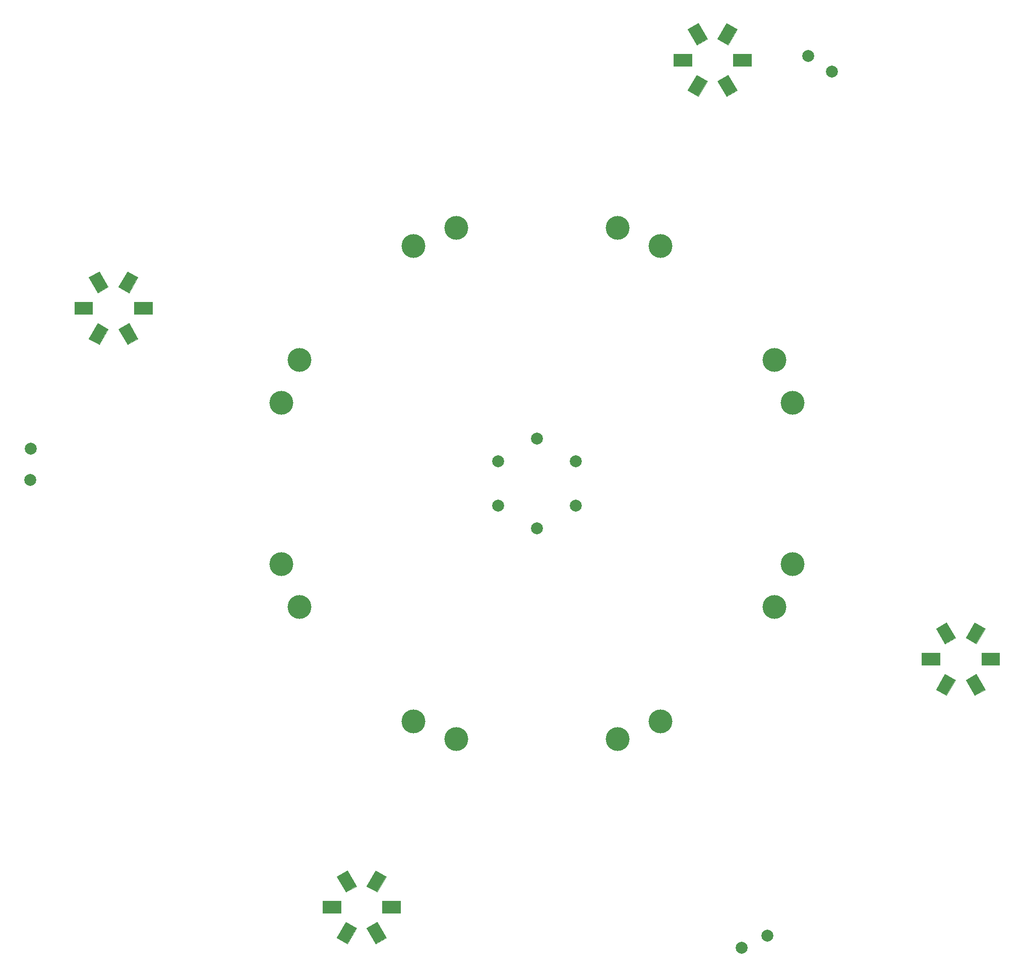
<source format=gbr>
%TF.GenerationSoftware,KiCad,Pcbnew,7.0.11*%
%TF.CreationDate,2025-04-08T01:22:05+09:00*%
%TF.ProjectId,Panel,50616e65-6c2e-46b6-9963-61645f706362,rev?*%
%TF.SameCoordinates,Original*%
%TF.FileFunction,Soldermask,Bot*%
%TF.FilePolarity,Negative*%
%FSLAX46Y46*%
G04 Gerber Fmt 4.6, Leading zero omitted, Abs format (unit mm)*
G04 Created by KiCad (PCBNEW 7.0.11) date 2025-04-08 01:22:05*
%MOMM*%
%LPD*%
G01*
G04 APERTURE LIST*
%ADD10C,0.100000*%
%ADD11C,4.000000*%
%ADD12C,2.000000*%
G04 APERTURE END LIST*
%TO.C,H32*%
D10*
X65361276Y-76533376D02*
X62361276Y-76533376D01*
X62361276Y-74533376D01*
X65361276Y-74533376D01*
X65361276Y-76533376D01*
G36*
X65361276Y-76533376D02*
G01*
X62361276Y-76533376D01*
X62361276Y-74533376D01*
X65361276Y-74533376D01*
X65361276Y-76533376D01*
G37*
X62977301Y-80662541D02*
X61245251Y-81662541D01*
X59745251Y-79064465D01*
X61477301Y-78064465D01*
X62977301Y-80662541D01*
G36*
X62977301Y-80662541D02*
G01*
X61245251Y-81662541D01*
X59745251Y-79064465D01*
X61477301Y-78064465D01*
X62977301Y-80662541D01*
G37*
X62977301Y-70404211D02*
X61477301Y-73002287D01*
X59745251Y-72002287D01*
X61245251Y-69404211D01*
X62977301Y-70404211D01*
G36*
X62977301Y-70404211D02*
G01*
X61477301Y-73002287D01*
X59745251Y-72002287D01*
X61245251Y-69404211D01*
X62977301Y-70404211D01*
G37*
X57977301Y-79064465D02*
X56477301Y-81662541D01*
X54745251Y-80662541D01*
X56245251Y-78064465D01*
X57977301Y-79064465D01*
G36*
X57977301Y-79064465D02*
G01*
X56477301Y-81662541D01*
X54745251Y-80662541D01*
X56245251Y-78064465D01*
X57977301Y-79064465D01*
G37*
X57977301Y-72002287D02*
X56245251Y-73002287D01*
X54745251Y-70404211D01*
X56477301Y-69404211D01*
X57977301Y-72002287D01*
G36*
X57977301Y-72002287D02*
G01*
X56245251Y-73002287D01*
X54745251Y-70404211D01*
X56477301Y-69404211D01*
X57977301Y-72002287D01*
G37*
X55361276Y-76533376D02*
X52361276Y-76533376D01*
X52361276Y-74533376D01*
X55361276Y-74533376D01*
X55361276Y-76533376D01*
G36*
X55361276Y-76533376D02*
G01*
X52361276Y-76533376D01*
X52361276Y-74533376D01*
X55361276Y-74533376D01*
X55361276Y-76533376D01*
G37*
%TO.C,H31*%
X107033376Y-177138724D02*
X104033376Y-177138724D01*
X104033376Y-175138724D01*
X107033376Y-175138724D01*
X107033376Y-177138724D01*
G36*
X107033376Y-177138724D02*
G01*
X104033376Y-177138724D01*
X104033376Y-175138724D01*
X107033376Y-175138724D01*
X107033376Y-177138724D01*
G37*
X104649401Y-181267889D02*
X102917351Y-182267889D01*
X101417351Y-179669813D01*
X103149401Y-178669813D01*
X104649401Y-181267889D01*
G36*
X104649401Y-181267889D02*
G01*
X102917351Y-182267889D01*
X101417351Y-179669813D01*
X103149401Y-178669813D01*
X104649401Y-181267889D01*
G37*
X104649401Y-171009559D02*
X103149401Y-173607635D01*
X101417351Y-172607635D01*
X102917351Y-170009559D01*
X104649401Y-171009559D01*
G36*
X104649401Y-171009559D02*
G01*
X103149401Y-173607635D01*
X101417351Y-172607635D01*
X102917351Y-170009559D01*
X104649401Y-171009559D01*
G37*
X99649401Y-179669813D02*
X98149401Y-182267889D01*
X96417351Y-181267889D01*
X97917351Y-178669813D01*
X99649401Y-179669813D01*
G36*
X99649401Y-179669813D02*
G01*
X98149401Y-182267889D01*
X96417351Y-181267889D01*
X97917351Y-178669813D01*
X99649401Y-179669813D01*
G37*
X99649401Y-172607635D02*
X97917351Y-173607635D01*
X96417351Y-171009559D01*
X98149401Y-170009559D01*
X99649401Y-172607635D01*
G36*
X99649401Y-172607635D02*
G01*
X97917351Y-173607635D01*
X96417351Y-171009559D01*
X98149401Y-170009559D01*
X99649401Y-172607635D01*
G37*
X97033376Y-177138724D02*
X94033376Y-177138724D01*
X94033376Y-175138724D01*
X97033376Y-175138724D01*
X97033376Y-177138724D01*
G36*
X97033376Y-177138724D02*
G01*
X94033376Y-177138724D01*
X94033376Y-175138724D01*
X97033376Y-175138724D01*
X97033376Y-177138724D01*
G37*
%TO.C,H30*%
X207638724Y-135466624D02*
X204638724Y-135466624D01*
X204638724Y-133466624D01*
X207638724Y-133466624D01*
X207638724Y-135466624D01*
G36*
X207638724Y-135466624D02*
G01*
X204638724Y-135466624D01*
X204638724Y-133466624D01*
X207638724Y-133466624D01*
X207638724Y-135466624D01*
G37*
X205254749Y-139595789D02*
X203522699Y-140595789D01*
X202022699Y-137997713D01*
X203754749Y-136997713D01*
X205254749Y-139595789D01*
G36*
X205254749Y-139595789D02*
G01*
X203522699Y-140595789D01*
X202022699Y-137997713D01*
X203754749Y-136997713D01*
X205254749Y-139595789D01*
G37*
X205254749Y-129337459D02*
X203754749Y-131935535D01*
X202022699Y-130935535D01*
X203522699Y-128337459D01*
X205254749Y-129337459D01*
G36*
X205254749Y-129337459D02*
G01*
X203754749Y-131935535D01*
X202022699Y-130935535D01*
X203522699Y-128337459D01*
X205254749Y-129337459D01*
G37*
X200254749Y-137997713D02*
X198754749Y-140595789D01*
X197022699Y-139595789D01*
X198522699Y-136997713D01*
X200254749Y-137997713D01*
G36*
X200254749Y-137997713D02*
G01*
X198754749Y-140595789D01*
X197022699Y-139595789D01*
X198522699Y-136997713D01*
X200254749Y-137997713D01*
G37*
X200254749Y-130935535D02*
X198522699Y-131935535D01*
X197022699Y-129337459D01*
X198754749Y-128337459D01*
X200254749Y-130935535D01*
G36*
X200254749Y-130935535D02*
G01*
X198522699Y-131935535D01*
X197022699Y-129337459D01*
X198754749Y-128337459D01*
X200254749Y-130935535D01*
G37*
X197638724Y-135466624D02*
X194638724Y-135466624D01*
X194638724Y-133466624D01*
X197638724Y-133466624D01*
X197638724Y-135466624D01*
G36*
X197638724Y-135466624D02*
G01*
X194638724Y-135466624D01*
X194638724Y-133466624D01*
X197638724Y-133466624D01*
X197638724Y-135466624D01*
G37*
%TO.C,H29*%
X165966624Y-34861276D02*
X162966624Y-34861276D01*
X162966624Y-32861276D01*
X165966624Y-32861276D01*
X165966624Y-34861276D01*
G36*
X165966624Y-34861276D02*
G01*
X162966624Y-34861276D01*
X162966624Y-32861276D01*
X165966624Y-32861276D01*
X165966624Y-34861276D01*
G37*
X163582649Y-38990441D02*
X161850599Y-39990441D01*
X160350599Y-37392365D01*
X162082649Y-36392365D01*
X163582649Y-38990441D01*
G36*
X163582649Y-38990441D02*
G01*
X161850599Y-39990441D01*
X160350599Y-37392365D01*
X162082649Y-36392365D01*
X163582649Y-38990441D01*
G37*
X163582649Y-28732111D02*
X162082649Y-31330187D01*
X160350599Y-30330187D01*
X161850599Y-27732111D01*
X163582649Y-28732111D01*
G36*
X163582649Y-28732111D02*
G01*
X162082649Y-31330187D01*
X160350599Y-30330187D01*
X161850599Y-27732111D01*
X163582649Y-28732111D01*
G37*
X158582649Y-37392365D02*
X157082649Y-39990441D01*
X155350599Y-38990441D01*
X156850599Y-36392365D01*
X158582649Y-37392365D01*
G36*
X158582649Y-37392365D02*
G01*
X157082649Y-39990441D01*
X155350599Y-38990441D01*
X156850599Y-36392365D01*
X158582649Y-37392365D01*
G37*
X158582649Y-30330187D02*
X156850599Y-31330187D01*
X155350599Y-28732111D01*
X157082649Y-27732111D01*
X158582649Y-30330187D01*
G36*
X158582649Y-30330187D02*
G01*
X156850599Y-31330187D01*
X155350599Y-28732111D01*
X157082649Y-27732111D01*
X158582649Y-30330187D01*
G37*
X155966624Y-34861276D02*
X152966624Y-34861276D01*
X152966624Y-32861276D01*
X155966624Y-32861276D01*
X155966624Y-34861276D01*
G36*
X155966624Y-34861276D02*
G01*
X152966624Y-34861276D01*
X152966624Y-32861276D01*
X155966624Y-32861276D01*
X155966624Y-34861276D01*
G37*
%TD*%
D11*
%TO.C,H18*%
X116468240Y-62082738D03*
%TD*%
%TO.C,H24*%
X172917262Y-118531760D03*
%TD*%
%TO.C,H17*%
X109221313Y-65084513D03*
%TD*%
%TO.C,H5*%
X169915487Y-84221313D03*
%TD*%
D12*
%TO.C,H6*%
X123504810Y-101250001D03*
%TD*%
%TO.C,H13*%
X136495190Y-108750000D03*
%TD*%
D11*
%TO.C,H26*%
X109221313Y-144915487D03*
%TD*%
D12*
%TO.C,H8*%
X123504810Y-108750000D03*
%TD*%
D11*
%TO.C,H20*%
X90084513Y-84221313D03*
%TD*%
D12*
%TO.C,H4*%
X175552512Y-33217730D03*
%TD*%
D11*
%TO.C,H21*%
X90084513Y-125778687D03*
%TD*%
%TO.C,H28*%
X169915487Y-125778687D03*
%TD*%
%TO.C,H10*%
X172917262Y-91468240D03*
%TD*%
%TO.C,H22*%
X116468240Y-147917262D03*
%TD*%
D12*
%TO.C,H12*%
X164350639Y-182975085D03*
%TD*%
D11*
%TO.C,H19*%
X87082738Y-91468240D03*
%TD*%
D12*
%TO.C,H11*%
X130000000Y-112500000D03*
%TD*%
%TO.C,H9*%
X44922962Y-104388060D03*
%TD*%
%TO.C,H1*%
X136495190Y-101250001D03*
%TD*%
D11*
%TO.C,H15*%
X143531760Y-62082738D03*
%TD*%
D12*
%TO.C,H2*%
X179547708Y-35836867D03*
%TD*%
D11*
%TO.C,H27*%
X143531760Y-147917262D03*
%TD*%
%TO.C,H16*%
X150778687Y-65084513D03*
%TD*%
D12*
%TO.C,H7*%
X44951152Y-99140683D03*
%TD*%
%TO.C,H14*%
X168703564Y-180922308D03*
%TD*%
D11*
%TO.C,H25*%
X87082738Y-118531760D03*
%TD*%
D12*
%TO.C,H3*%
X130000000Y-97500000D03*
%TD*%
D11*
%TO.C,H23*%
X150778687Y-144915487D03*
%TD*%
M02*

</source>
